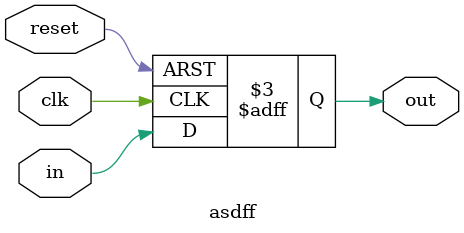
<source format=v>

module asdff (out, in, clk, reset);
//synopsys template

  parameter width = 1, reset_value = 0;

  output [width-1:0] out;
  input  [width-1:0] in;
  input clk;
  input reset;

  reg [width-1:0] out;

  always @ (posedge clk or negedge reset)
    begin
        if (!reset)
                out <= {width{reset_value}};
        else
                out <= in;
    end
endmodule


</source>
